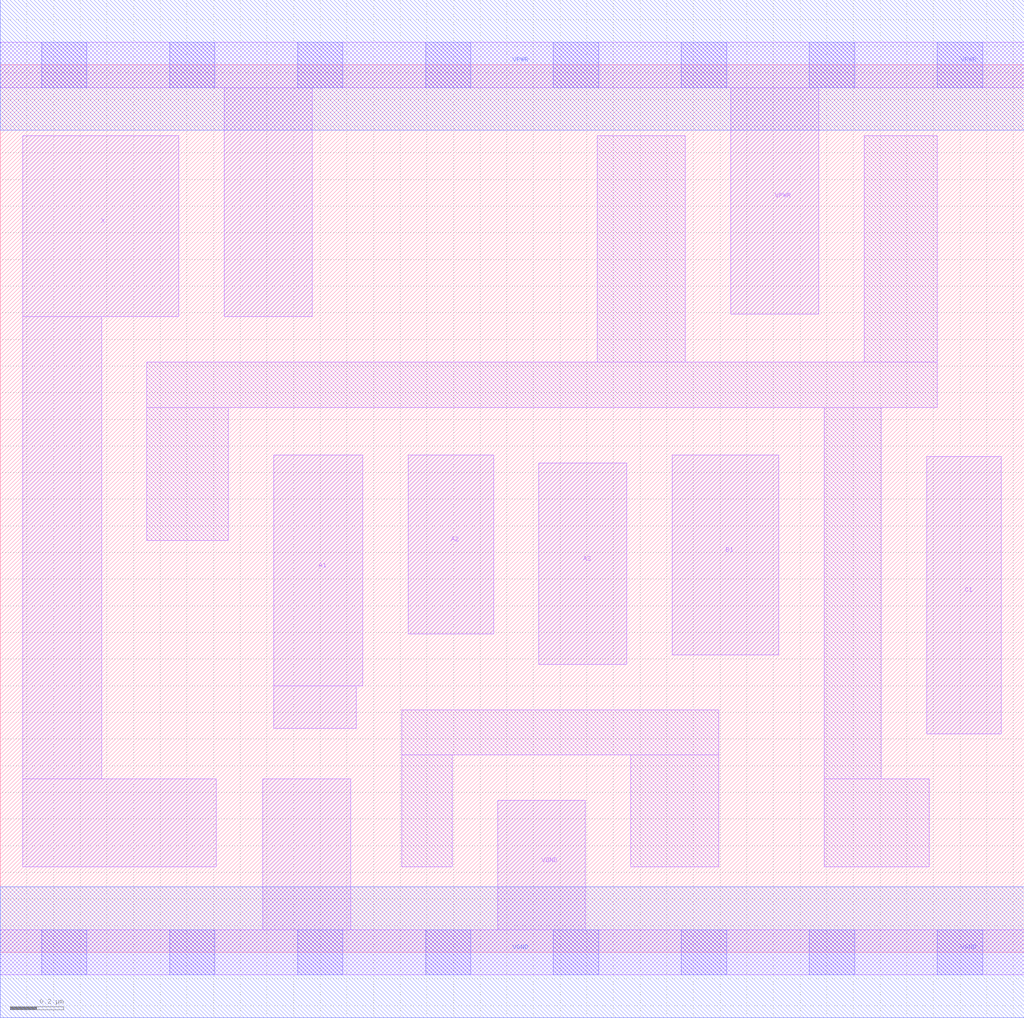
<source format=lef>
# Copyright 2020 The SkyWater PDK Authors
#
# Licensed under the Apache License, Version 2.0 (the "License");
# you may not use this file except in compliance with the License.
# You may obtain a copy of the License at
#
#     https://www.apache.org/licenses/LICENSE-2.0
#
# Unless required by applicable law or agreed to in writing, software
# distributed under the License is distributed on an "AS IS" BASIS,
# WITHOUT WARRANTIES OR CONDITIONS OF ANY KIND, either express or implied.
# See the License for the specific language governing permissions and
# limitations under the License.
#
# SPDX-License-Identifier: Apache-2.0

VERSION 5.7 ;
  NAMESCASESENSITIVE ON ;
  NOWIREEXTENSIONATPIN ON ;
  DIVIDERCHAR "/" ;
  BUSBITCHARS "[]" ;
UNITS
  DATABASE MICRONS 200 ;
END UNITS
MACRO sky130_fd_sc_lp__o311a_0
  CLASS CORE ;
  SOURCE USER ;
  FOREIGN sky130_fd_sc_lp__o311a_0 ;
  ORIGIN  0.000000  0.000000 ;
  SIZE  3.840000 BY  3.330000 ;
  SYMMETRY X Y R90 ;
  SITE unit ;
  PIN A1
    ANTENNAGATEAREA  0.159000 ;
    DIRECTION INPUT ;
    USE SIGNAL ;
    PORT
      LAYER li1 ;
        RECT 1.025000 0.840000 1.335000 1.000000 ;
        RECT 1.025000 1.000000 1.360000 1.865000 ;
    END
  END A1
  PIN A2
    ANTENNAGATEAREA  0.159000 ;
    DIRECTION INPUT ;
    USE SIGNAL ;
    PORT
      LAYER li1 ;
        RECT 1.530000 1.195000 1.850000 1.865000 ;
    END
  END A2
  PIN A3
    ANTENNAGATEAREA  0.159000 ;
    DIRECTION INPUT ;
    USE SIGNAL ;
    PORT
      LAYER li1 ;
        RECT 2.020000 1.080000 2.350000 1.835000 ;
    END
  END A3
  PIN B1
    ANTENNAGATEAREA  0.159000 ;
    DIRECTION INPUT ;
    USE SIGNAL ;
    PORT
      LAYER li1 ;
        RECT 2.520000 1.115000 2.920000 1.865000 ;
    END
  END B1
  PIN C1
    ANTENNAGATEAREA  0.159000 ;
    DIRECTION INPUT ;
    USE SIGNAL ;
    PORT
      LAYER li1 ;
        RECT 3.475000 0.820000 3.755000 1.860000 ;
    END
  END C1
  PIN X
    ANTENNADIFFAREA  0.423700 ;
    DIRECTION OUTPUT ;
    USE SIGNAL ;
    PORT
      LAYER li1 ;
        RECT 0.085000 0.320000 0.810000 0.650000 ;
        RECT 0.085000 0.650000 0.380000 2.385000 ;
        RECT 0.085000 2.385000 0.670000 3.065000 ;
    END
  END X
  PIN VGND
    DIRECTION INOUT ;
    USE GROUND ;
    PORT
      LAYER li1 ;
        RECT 0.000000 -0.085000 3.840000 0.085000 ;
        RECT 0.985000  0.085000 1.315000 0.650000 ;
        RECT 1.865000  0.085000 2.195000 0.570000 ;
      LAYER mcon ;
        RECT 0.155000 -0.085000 0.325000 0.085000 ;
        RECT 0.635000 -0.085000 0.805000 0.085000 ;
        RECT 1.115000 -0.085000 1.285000 0.085000 ;
        RECT 1.595000 -0.085000 1.765000 0.085000 ;
        RECT 2.075000 -0.085000 2.245000 0.085000 ;
        RECT 2.555000 -0.085000 2.725000 0.085000 ;
        RECT 3.035000 -0.085000 3.205000 0.085000 ;
        RECT 3.515000 -0.085000 3.685000 0.085000 ;
      LAYER met1 ;
        RECT 0.000000 -0.245000 3.840000 0.245000 ;
    END
  END VGND
  PIN VPWR
    DIRECTION INOUT ;
    USE POWER ;
    PORT
      LAYER li1 ;
        RECT 0.000000 3.245000 3.840000 3.415000 ;
        RECT 0.840000 2.385000 1.170000 3.245000 ;
        RECT 2.740000 2.395000 3.070000 3.245000 ;
      LAYER mcon ;
        RECT 0.155000 3.245000 0.325000 3.415000 ;
        RECT 0.635000 3.245000 0.805000 3.415000 ;
        RECT 1.115000 3.245000 1.285000 3.415000 ;
        RECT 1.595000 3.245000 1.765000 3.415000 ;
        RECT 2.075000 3.245000 2.245000 3.415000 ;
        RECT 2.555000 3.245000 2.725000 3.415000 ;
        RECT 3.035000 3.245000 3.205000 3.415000 ;
        RECT 3.515000 3.245000 3.685000 3.415000 ;
      LAYER met1 ;
        RECT 0.000000 3.085000 3.840000 3.575000 ;
    END
  END VPWR
  OBS
    LAYER li1 ;
      RECT 0.550000 1.545000 0.855000 2.045000 ;
      RECT 0.550000 2.045000 3.515000 2.215000 ;
      RECT 1.505000 0.320000 1.695000 0.740000 ;
      RECT 1.505000 0.740000 2.695000 0.910000 ;
      RECT 2.240000 2.215000 2.570000 3.065000 ;
      RECT 2.365000 0.320000 2.695000 0.740000 ;
      RECT 3.090000 0.320000 3.485000 0.650000 ;
      RECT 3.090000 0.650000 3.305000 2.045000 ;
      RECT 3.240000 2.215000 3.515000 3.065000 ;
  END
END sky130_fd_sc_lp__o311a_0

</source>
